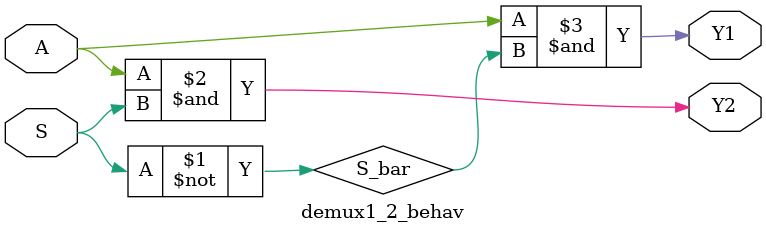
<source format=v>
`timescale 1ns / 1ps


module demux1_2_behav(
    input S,A,
    output Y2,Y1
    );
    
    wire S_bar;
    
    assign S_bar = ~(S);
    assign Y2 = (A & S);
    assign Y1 = (A & S_bar);
    
    
endmodule

</source>
